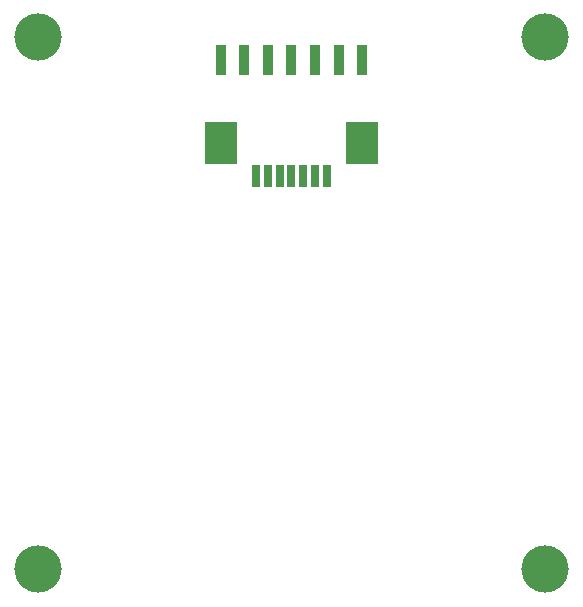
<source format=gbr>
G04 GENERATED BY PULSONIX 7.0 GERBER.DLL 4573*
%INHILLSTAR_30X30_EL_V1_0*%
%LNGERBER_SOLDERMASK_BOTTOM*%
%FSLAX33Y33*%
%IPPOS*%
%LPD*%
%OFA0B0*%
%MOMM*%
%ADD430R,0.651X1.951*%
%ADD435R,2.751X3.651*%
%ADD2890C,4.000*%
%ADD5681R,0.951X2.551*%
X0Y0D02*
D02*
D430*
X126791Y137762D03*
X127791D03*
X128791D03*
X129791D03*
X130791D03*
X131791D03*
X132791D03*
D02*
D435*
X123791Y140562D03*
X135791D03*
D02*
D2890*
X108291Y104462D03*
Y149462D03*
X151291Y104462D03*
Y149462D03*
D02*
D5681*
X123791Y147562D03*
X125791D03*
X127791D03*
X129791D03*
X131791D03*
X133791D03*
X135791D03*
X0Y0D02*
M02*

</source>
